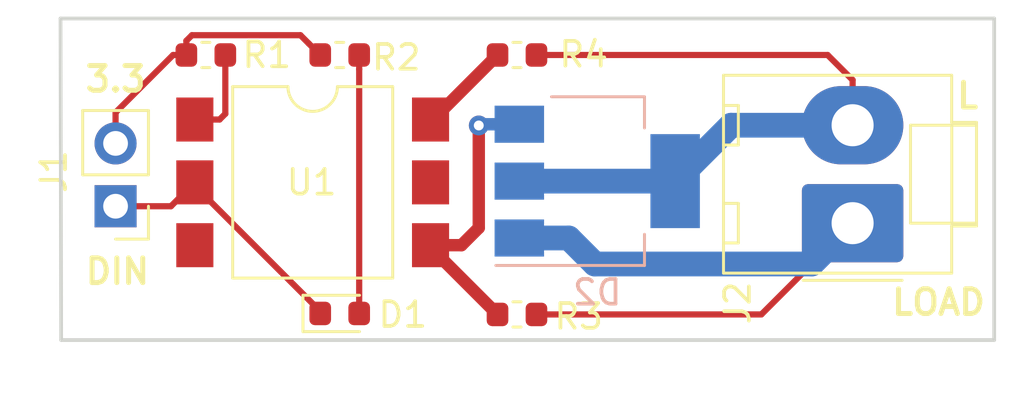
<source format=kicad_pcb>
(kicad_pcb (version 20171130) (host pcbnew 5.0.2-bee76a0~70~ubuntu18.04.1)

  (general
    (thickness 1.6)
    (drawings 8)
    (tracks 41)
    (zones 0)
    (modules 9)
    (nets 9)
  )

  (page A4)
  (layers
    (0 F.Cu signal)
    (31 B.Cu signal)
    (32 B.Adhes user)
    (33 F.Adhes user)
    (34 B.Paste user)
    (35 F.Paste user)
    (36 B.SilkS user)
    (37 F.SilkS user)
    (38 B.Mask user)
    (39 F.Mask user)
    (40 Dwgs.User user)
    (41 Cmts.User user)
    (42 Eco1.User user)
    (43 Eco2.User user)
    (44 Edge.Cuts user)
    (45 Margin user)
    (46 B.CrtYd user)
    (47 F.CrtYd user)
    (48 B.Fab user hide)
    (49 F.Fab user)
  )

  (setup
    (last_trace_width 0.25)
    (trace_clearance 0.2)
    (zone_clearance 0.508)
    (zone_45_only no)
    (trace_min 0.2)
    (segment_width 0.2)
    (edge_width 0.15)
    (via_size 0.8)
    (via_drill 0.4)
    (via_min_size 0.4)
    (via_min_drill 0.3)
    (uvia_size 0.3)
    (uvia_drill 0.1)
    (uvias_allowed no)
    (uvia_min_size 0.2)
    (uvia_min_drill 0.1)
    (pcb_text_width 0.3)
    (pcb_text_size 1.5 1.5)
    (mod_edge_width 0.15)
    (mod_text_size 1 1)
    (mod_text_width 0.15)
    (pad_size 1.524 1.524)
    (pad_drill 0.762)
    (pad_to_mask_clearance 0.051)
    (solder_mask_min_width 0.25)
    (aux_axis_origin 0 0)
    (visible_elements FFFDFF7F)
    (pcbplotparams
      (layerselection 0x010fc_ffffffff)
      (usegerberextensions true)
      (usegerberattributes false)
      (usegerberadvancedattributes false)
      (creategerberjobfile false)
      (excludeedgelayer true)
      (linewidth 0.100000)
      (plotframeref false)
      (viasonmask false)
      (mode 1)
      (useauxorigin false)
      (hpglpennumber 1)
      (hpglpenspeed 20)
      (hpglpendiameter 15.000000)
      (psnegative false)
      (psa4output false)
      (plotreference false)
      (plotvalue true)
      (plotinvisibletext false)
      (padsonsilk false)
      (subtractmaskfromsilk false)
      (outputformat 1)
      (mirror false)
      (drillshape 0)
      (scaleselection 1)
      (outputdirectory "Gerber_v1.0/"))
  )

  (net 0 "")
  (net 1 "Net-(J1-Pad2)")
  (net 2 "Net-(R1-Pad1)")
  (net 3 /ACHC1)
  (net 4 /ACHC2)
  (net 5 "Net-(D1-Pad1)")
  (net 6 "Net-(D1-Pad2)")
  (net 7 "Net-(D2-Pad3)")
  (net 8 "Net-(R4-Pad2)")

  (net_class Default "This is the default net class."
    (clearance 0.2)
    (trace_width 0.25)
    (via_dia 0.8)
    (via_drill 0.4)
    (uvia_dia 0.3)
    (uvia_drill 0.1)
    (add_net /ACHC1)
    (add_net /ACHC2)
    (add_net "Net-(D1-Pad1)")
    (add_net "Net-(D1-Pad2)")
    (add_net "Net-(J1-Pad2)")
    (add_net "Net-(R1-Pad1)")
  )

  (net_class ACHC ""
    (clearance 0.8)
    (trace_width 1)
    (via_dia 0.8)
    (via_drill 0.4)
    (uvia_dia 0.3)
    (uvia_drill 0.1)
  )

  (net_class ACLC ""
    (clearance 0.8)
    (trace_width 0.5)
    (via_dia 0.8)
    (via_drill 0.4)
    (uvia_dia 0.3)
    (uvia_drill 0.1)
    (add_net "Net-(D2-Pad3)")
    (add_net "Net-(R4-Pad2)")
  )

  (module Resistor_SMD:R_0603_1608Metric (layer F.Cu) (tedit 5B301BBD) (tstamp 5F1BEE57)
    (at 98.125 71.975 180)
    (descr "Resistor SMD 0603 (1608 Metric), square (rectangular) end terminal, IPC_7351 nominal, (Body size source: http://www.tortai-tech.com/upload/download/2011102023233369053.pdf), generated with kicad-footprint-generator")
    (tags resistor)
    (path /5F06E6AE)
    (attr smd)
    (fp_text reference R1 (at -2.4625 0 180) (layer F.SilkS)
      (effects (font (size 1 1) (thickness 0.15)))
    )
    (fp_text value 220 (at 3.1375 0.05 180) (layer F.Fab)
      (effects (font (size 1 1) (thickness 0.15)))
    )
    (fp_line (start -0.8 0.4) (end -0.8 -0.4) (layer F.Fab) (width 0.1))
    (fp_line (start -0.8 -0.4) (end 0.8 -0.4) (layer F.Fab) (width 0.1))
    (fp_line (start 0.8 -0.4) (end 0.8 0.4) (layer F.Fab) (width 0.1))
    (fp_line (start 0.8 0.4) (end -0.8 0.4) (layer F.Fab) (width 0.1))
    (fp_line (start -0.162779 -0.51) (end 0.162779 -0.51) (layer F.SilkS) (width 0.12))
    (fp_line (start -0.162779 0.51) (end 0.162779 0.51) (layer F.SilkS) (width 0.12))
    (fp_line (start -1.48 0.73) (end -1.48 -0.73) (layer F.CrtYd) (width 0.05))
    (fp_line (start -1.48 -0.73) (end 1.48 -0.73) (layer F.CrtYd) (width 0.05))
    (fp_line (start 1.48 -0.73) (end 1.48 0.73) (layer F.CrtYd) (width 0.05))
    (fp_line (start 1.48 0.73) (end -1.48 0.73) (layer F.CrtYd) (width 0.05))
    (fp_text user %R (at 0 0 180) (layer F.Fab)
      (effects (font (size 0.4 0.4) (thickness 0.06)))
    )
    (pad 1 smd roundrect (at -0.7875 0 180) (size 0.875 0.95) (layers F.Cu F.Paste F.Mask) (roundrect_rratio 0.25)
      (net 2 "Net-(R1-Pad1)"))
    (pad 2 smd roundrect (at 0.7875 0 180) (size 0.875 0.95) (layers F.Cu F.Paste F.Mask) (roundrect_rratio 0.25)
      (net 1 "Net-(J1-Pad2)"))
    (model ${KISYS3DMOD}/Resistor_SMD.3dshapes/R_0603_1608Metric.wrl
      (at (xyz 0 0 0))
      (scale (xyz 1 1 1))
      (rotate (xyz 0 0 0))
    )
  )

  (module Resistor_SMD:R_0603_1608Metric (layer F.Cu) (tedit 5B301BBD) (tstamp 5F1BEE68)
    (at 110.705 82.465 180)
    (descr "Resistor SMD 0603 (1608 Metric), square (rectangular) end terminal, IPC_7351 nominal, (Body size source: http://www.tortai-tech.com/upload/download/2011102023233369053.pdf), generated with kicad-footprint-generator")
    (tags resistor)
    (path /5F06E8F2)
    (attr smd)
    (fp_text reference R3 (at -2.495 -0.085 180) (layer F.SilkS)
      (effects (font (size 1 1) (thickness 0.15)))
    )
    (fp_text value 330 (at -0.175 -3.025 180) (layer F.Fab)
      (effects (font (size 1 1) (thickness 0.15)))
    )
    (fp_line (start -0.8 0.4) (end -0.8 -0.4) (layer F.Fab) (width 0.1))
    (fp_line (start -0.8 -0.4) (end 0.8 -0.4) (layer F.Fab) (width 0.1))
    (fp_line (start 0.8 -0.4) (end 0.8 0.4) (layer F.Fab) (width 0.1))
    (fp_line (start 0.8 0.4) (end -0.8 0.4) (layer F.Fab) (width 0.1))
    (fp_line (start -0.162779 -0.51) (end 0.162779 -0.51) (layer F.SilkS) (width 0.12))
    (fp_line (start -0.162779 0.51) (end 0.162779 0.51) (layer F.SilkS) (width 0.12))
    (fp_line (start -1.48 0.73) (end -1.48 -0.73) (layer F.CrtYd) (width 0.05))
    (fp_line (start -1.48 -0.73) (end 1.48 -0.73) (layer F.CrtYd) (width 0.05))
    (fp_line (start 1.48 -0.73) (end 1.48 0.73) (layer F.CrtYd) (width 0.05))
    (fp_line (start 1.48 0.73) (end -1.48 0.73) (layer F.CrtYd) (width 0.05))
    (fp_text user %R (at -1.629525 0 180) (layer F.Fab)
      (effects (font (size 0.4 0.4) (thickness 0.06)))
    )
    (pad 1 smd roundrect (at -0.7875 0 180) (size 0.875 0.95) (layers F.Cu F.Paste F.Mask) (roundrect_rratio 0.25)
      (net 3 /ACHC1))
    (pad 2 smd roundrect (at 0.7875 0 180) (size 0.875 0.95) (layers F.Cu F.Paste F.Mask) (roundrect_rratio 0.25)
      (net 7 "Net-(D2-Pad3)"))
    (model ${KISYS3DMOD}/Resistor_SMD.3dshapes/R_0603_1608Metric.wrl
      (at (xyz 0 0 0))
      (scale (xyz 1 1 1))
      (rotate (xyz 0 0 0))
    )
  )

  (module Resistor_SMD:R_0603_1608Metric (layer F.Cu) (tedit 5B301BBD) (tstamp 5F1BEE79)
    (at 110.705 71.975 180)
    (descr "Resistor SMD 0603 (1608 Metric), square (rectangular) end terminal, IPC_7351 nominal, (Body size source: http://www.tortai-tech.com/upload/download/2011102023233369053.pdf), generated with kicad-footprint-generator")
    (tags resistor)
    (path /5F06E8C3)
    (attr smd)
    (fp_text reference R4 (at -2.695 0.025 180) (layer F.SilkS)
      (effects (font (size 1 1) (thickness 0.15)))
    )
    (fp_text value 360 (at -0.0625 1.375 180) (layer F.Fab)
      (effects (font (size 1 1) (thickness 0.15)))
    )
    (fp_text user %R (at 0 0 180) (layer F.Fab)
      (effects (font (size 0.4 0.4) (thickness 0.06)))
    )
    (fp_line (start 1.48 0.73) (end -1.48 0.73) (layer F.CrtYd) (width 0.05))
    (fp_line (start 1.48 -0.73) (end 1.48 0.73) (layer F.CrtYd) (width 0.05))
    (fp_line (start -1.48 -0.73) (end 1.48 -0.73) (layer F.CrtYd) (width 0.05))
    (fp_line (start -1.48 0.73) (end -1.48 -0.73) (layer F.CrtYd) (width 0.05))
    (fp_line (start -0.162779 0.51) (end 0.162779 0.51) (layer F.SilkS) (width 0.12))
    (fp_line (start -0.162779 -0.51) (end 0.162779 -0.51) (layer F.SilkS) (width 0.12))
    (fp_line (start 0.8 0.4) (end -0.8 0.4) (layer F.Fab) (width 0.1))
    (fp_line (start 0.8 -0.4) (end 0.8 0.4) (layer F.Fab) (width 0.1))
    (fp_line (start -0.8 -0.4) (end 0.8 -0.4) (layer F.Fab) (width 0.1))
    (fp_line (start -0.8 0.4) (end -0.8 -0.4) (layer F.Fab) (width 0.1))
    (pad 2 smd roundrect (at 0.7875 0 180) (size 0.875 0.95) (layers F.Cu F.Paste F.Mask) (roundrect_rratio 0.25)
      (net 8 "Net-(R4-Pad2)"))
    (pad 1 smd roundrect (at -0.7875 0 180) (size 0.875 0.95) (layers F.Cu F.Paste F.Mask) (roundrect_rratio 0.25)
      (net 4 /ACHC2))
    (model ${KISYS3DMOD}/Resistor_SMD.3dshapes/R_0603_1608Metric.wrl
      (at (xyz 0 0 0))
      (scale (xyz 1 1 1))
      (rotate (xyz 0 0 0))
    )
  )

  (module Package_DIP:SMDIP-6_W9.53mm_Clearance8mm locked (layer F.Cu) (tedit 5A02E8C5) (tstamp 5F1BEE93)
    (at 102.445 77.125)
    (descr "6-lead surface-mounted (SMD) DIP package, row spacing 9.53 mm (375 mils), Clearance8mm")
    (tags "SMD DIP DIL PDIP SMDIP 2.54mm 9.53mm 375mil Clearance8mm")
    (path /5F06E61D)
    (attr smd)
    (fp_text reference U1 (at -0.045 0) (layer F.SilkS)
      (effects (font (size 1 1) (thickness 0.15)))
    )
    (fp_text value MOC3083S (at 0 4.87) (layer F.Fab)
      (effects (font (size 1 1) (thickness 0.15)))
    )
    (fp_arc (start 0 -3.87) (end -1 -3.87) (angle -180) (layer F.SilkS) (width 0.12))
    (fp_line (start -2.175 -3.81) (end 3.175 -3.81) (layer F.Fab) (width 0.1))
    (fp_line (start 3.175 -3.81) (end 3.175 3.81) (layer F.Fab) (width 0.1))
    (fp_line (start 3.175 3.81) (end -3.175 3.81) (layer F.Fab) (width 0.1))
    (fp_line (start -3.175 3.81) (end -3.175 -2.81) (layer F.Fab) (width 0.1))
    (fp_line (start -3.175 -2.81) (end -2.175 -3.81) (layer F.Fab) (width 0.1))
    (fp_line (start -1 -3.87) (end -3.235 -3.87) (layer F.SilkS) (width 0.12))
    (fp_line (start -3.235 -3.87) (end -3.235 3.87) (layer F.SilkS) (width 0.12))
    (fp_line (start -3.235 3.87) (end 3.235 3.87) (layer F.SilkS) (width 0.12))
    (fp_line (start 3.235 3.87) (end 3.235 -3.87) (layer F.SilkS) (width 0.12))
    (fp_line (start 3.235 -3.87) (end 1 -3.87) (layer F.SilkS) (width 0.12))
    (fp_line (start -5.8 -4.1) (end -5.8 4.1) (layer F.CrtYd) (width 0.05))
    (fp_line (start -5.8 4.1) (end 5.8 4.1) (layer F.CrtYd) (width 0.05))
    (fp_line (start 5.8 4.1) (end 5.8 -4.1) (layer F.CrtYd) (width 0.05))
    (fp_line (start 5.8 -4.1) (end -5.8 -4.1) (layer F.CrtYd) (width 0.05))
    (fp_text user %R (at 0 0) (layer F.Fab)
      (effects (font (size 1 1) (thickness 0.15)))
    )
    (pad 1 smd rect (at -4.765 -2.54) (size 1.5 1.78) (layers F.Cu F.Paste F.Mask)
      (net 2 "Net-(R1-Pad1)"))
    (pad 4 smd rect (at 4.765 2.54) (size 1.5 1.78) (layers F.Cu F.Paste F.Mask)
      (net 7 "Net-(D2-Pad3)"))
    (pad 2 smd rect (at -4.765 0) (size 1.5 1.78) (layers F.Cu F.Paste F.Mask)
      (net 5 "Net-(D1-Pad1)"))
    (pad 5 smd rect (at 4.765 0) (size 1.5 1.78) (layers F.Cu F.Paste F.Mask))
    (pad 3 smd rect (at -4.765 2.54) (size 1.5 1.78) (layers F.Cu F.Paste F.Mask))
    (pad 6 smd rect (at 4.765 -2.54) (size 1.5 1.78) (layers F.Cu F.Paste F.Mask)
      (net 8 "Net-(R4-Pad2)"))
    (model ${KISYS3DMOD}/Package_DIP.3dshapes/SMDIP-6_W9.53mm.wrl
      (at (xyz 0 0 0))
      (scale (xyz 1 1 1))
      (rotate (xyz 0 0 0))
    )
  )

  (module LED_SMD:LED_0603_1608Metric (layer F.Cu) (tedit 5B301BBE) (tstamp 5F1C24B0)
    (at 103.5375 82.425)
    (descr "LED SMD 0603 (1608 Metric), square (rectangular) end terminal, IPC_7351 nominal, (Body size source: http://www.tortai-tech.com/upload/download/2011102023233369053.pdf), generated with kicad-footprint-generator")
    (tags diode)
    (path /5F0D6F64)
    (attr smd)
    (fp_text reference D1 (at 2.55 0.05) (layer F.SilkS)
      (effects (font (size 1 1) (thickness 0.15)))
    )
    (fp_text value YELLOW (at 0 1.43) (layer F.Fab)
      (effects (font (size 1 1) (thickness 0.15)))
    )
    (fp_line (start 0.8 -0.4) (end -0.5 -0.4) (layer F.Fab) (width 0.1))
    (fp_line (start -0.5 -0.4) (end -0.8 -0.1) (layer F.Fab) (width 0.1))
    (fp_line (start -0.8 -0.1) (end -0.8 0.4) (layer F.Fab) (width 0.1))
    (fp_line (start -0.8 0.4) (end 0.8 0.4) (layer F.Fab) (width 0.1))
    (fp_line (start 0.8 0.4) (end 0.8 -0.4) (layer F.Fab) (width 0.1))
    (fp_line (start 0.8 -0.735) (end -1.485 -0.735) (layer F.SilkS) (width 0.12))
    (fp_line (start -1.485 -0.735) (end -1.485 0.735) (layer F.SilkS) (width 0.12))
    (fp_line (start -1.485 0.735) (end 0.8 0.735) (layer F.SilkS) (width 0.12))
    (fp_line (start -1.48 0.73) (end -1.48 -0.73) (layer F.CrtYd) (width 0.05))
    (fp_line (start -1.48 -0.73) (end 1.48 -0.73) (layer F.CrtYd) (width 0.05))
    (fp_line (start 1.48 -0.73) (end 1.48 0.73) (layer F.CrtYd) (width 0.05))
    (fp_line (start 1.48 0.73) (end -1.48 0.73) (layer F.CrtYd) (width 0.05))
    (fp_text user %R (at 0 0) (layer F.Fab)
      (effects (font (size 0.4 0.4) (thickness 0.06)))
    )
    (pad 1 smd roundrect (at -0.7875 0) (size 0.875 0.95) (layers F.Cu F.Paste F.Mask) (roundrect_rratio 0.25)
      (net 5 "Net-(D1-Pad1)"))
    (pad 2 smd roundrect (at 0.7875 0) (size 0.875 0.95) (layers F.Cu F.Paste F.Mask) (roundrect_rratio 0.25)
      (net 6 "Net-(D1-Pad2)"))
    (model ${KISYS3DMOD}/LED_SMD.3dshapes/LED_0603_1608Metric.wrl
      (at (xyz 0 0 0))
      (scale (xyz 1 1 1))
      (rotate (xyz 0 0 0))
    )
  )

  (module Resistor_SMD:R_0603_1608Metric (layer F.Cu) (tedit 5B301BBD) (tstamp 5F1C2843)
    (at 103.5375 71.975)
    (descr "Resistor SMD 0603 (1608 Metric), square (rectangular) end terminal, IPC_7351 nominal, (Body size source: http://www.tortai-tech.com/upload/download/2011102023233369053.pdf), generated with kicad-footprint-generator")
    (tags resistor)
    (path /5F0D7722)
    (attr smd)
    (fp_text reference R2 (at 2.2875 0.1) (layer F.SilkS)
      (effects (font (size 1 1) (thickness 0.15)))
    )
    (fp_text value 220 (at 0 1.43) (layer F.Fab)
      (effects (font (size 1 1) (thickness 0.15)))
    )
    (fp_line (start -0.8 0.4) (end -0.8 -0.4) (layer F.Fab) (width 0.1))
    (fp_line (start -0.8 -0.4) (end 0.8 -0.4) (layer F.Fab) (width 0.1))
    (fp_line (start 0.8 -0.4) (end 0.8 0.4) (layer F.Fab) (width 0.1))
    (fp_line (start 0.8 0.4) (end -0.8 0.4) (layer F.Fab) (width 0.1))
    (fp_line (start -0.162779 -0.51) (end 0.162779 -0.51) (layer F.SilkS) (width 0.12))
    (fp_line (start -0.162779 0.51) (end 0.162779 0.51) (layer F.SilkS) (width 0.12))
    (fp_line (start -1.48 0.73) (end -1.48 -0.73) (layer F.CrtYd) (width 0.05))
    (fp_line (start -1.48 -0.73) (end 1.48 -0.73) (layer F.CrtYd) (width 0.05))
    (fp_line (start 1.48 -0.73) (end 1.48 0.73) (layer F.CrtYd) (width 0.05))
    (fp_line (start 1.48 0.73) (end -1.48 0.73) (layer F.CrtYd) (width 0.05))
    (fp_text user %R (at 0 0) (layer F.Fab)
      (effects (font (size 0.4 0.4) (thickness 0.06)))
    )
    (pad 1 smd roundrect (at -0.7875 0) (size 0.875 0.95) (layers F.Cu F.Paste F.Mask) (roundrect_rratio 0.25)
      (net 1 "Net-(J1-Pad2)"))
    (pad 2 smd roundrect (at 0.7875 0) (size 0.875 0.95) (layers F.Cu F.Paste F.Mask) (roundrect_rratio 0.25)
      (net 6 "Net-(D1-Pad2)"))
    (model ${KISYS3DMOD}/Resistor_SMD.3dshapes/R_0603_1608Metric.wrl
      (at (xyz 0 0 0))
      (scale (xyz 1 1 1))
      (rotate (xyz 0 0 0))
    )
  )

  (module Package_TO_SOT_SMD:SOT-223 (layer B.Cu) (tedit 5A02FF57) (tstamp 5F102E6A)
    (at 113.95 77.075)
    (descr "module CMS SOT223 4 pins")
    (tags "CMS SOT")
    (path /5F0FDC14)
    (attr smd)
    (fp_text reference D2 (at 0 4.5) (layer B.SilkS)
      (effects (font (size 1 1) (thickness 0.15)) (justify mirror))
    )
    (fp_text value Z0103MN (at 0 -4.5) (layer B.Fab)
      (effects (font (size 1 1) (thickness 0.15)) (justify mirror))
    )
    (fp_line (start 1.85 3.35) (end 1.85 -3.35) (layer B.Fab) (width 0.1))
    (fp_line (start -1.85 -3.35) (end 1.85 -3.35) (layer B.Fab) (width 0.1))
    (fp_line (start -4.1 3.41) (end 1.91 3.41) (layer B.SilkS) (width 0.12))
    (fp_line (start -0.8 3.35) (end 1.85 3.35) (layer B.Fab) (width 0.1))
    (fp_line (start -1.85 -3.41) (end 1.91 -3.41) (layer B.SilkS) (width 0.12))
    (fp_line (start -1.85 2.3) (end -1.85 -3.35) (layer B.Fab) (width 0.1))
    (fp_line (start -4.4 3.6) (end -4.4 -3.6) (layer B.CrtYd) (width 0.05))
    (fp_line (start -4.4 -3.6) (end 4.4 -3.6) (layer B.CrtYd) (width 0.05))
    (fp_line (start 4.4 -3.6) (end 4.4 3.6) (layer B.CrtYd) (width 0.05))
    (fp_line (start 4.4 3.6) (end -4.4 3.6) (layer B.CrtYd) (width 0.05))
    (fp_line (start 1.91 3.41) (end 1.91 2.15) (layer B.SilkS) (width 0.12))
    (fp_line (start 1.91 -3.41) (end 1.91 -2.15) (layer B.SilkS) (width 0.12))
    (fp_line (start -1.85 2.3) (end -0.8 3.35) (layer B.Fab) (width 0.1))
    (fp_text user %R (at 0 0 -90) (layer B.Fab)
      (effects (font (size 0.8 0.8) (thickness 0.12)) (justify mirror))
    )
    (pad 1 smd rect (at -3.15 2.3) (size 2 1.5) (layers B.Cu B.Paste B.Mask)
      (net 3 /ACHC1))
    (pad 3 smd rect (at -3.15 -2.3) (size 2 1.5) (layers B.Cu B.Paste B.Mask)
      (net 7 "Net-(D2-Pad3)"))
    (pad 2 smd rect (at -3.15 0) (size 2 1.5) (layers B.Cu B.Paste B.Mask)
      (net 4 /ACHC2))
    (pad 4 smd rect (at 3.15 0) (size 2 3.8) (layers B.Cu B.Paste B.Mask)
      (net 4 /ACHC2))
    (model ${KISYS3DMOD}/Package_TO_SOT_SMD.3dshapes/SOT-223.wrl
      (at (xyz 0 0 0))
      (scale (xyz 1 1 1))
      (rotate (xyz 0 0 0))
    )
  )

  (module Connector_PinHeader_2.54mm:PinHeader_1x02_P2.54mm_Vertical (layer F.Cu) (tedit 59FED5CC) (tstamp 5F102DED)
    (at 94.475 78.09 180)
    (descr "Through hole straight pin header, 1x02, 2.54mm pitch, single row")
    (tags "Through hole pin header THT 1x02 2.54mm single row")
    (path /5F0D8789)
    (fp_text reference J1 (at 2.5 1.4 270) (layer F.SilkS)
      (effects (font (size 1 1) (thickness 0.15)))
    )
    (fp_text value Conn_01x02 (at 0 4.87 180) (layer F.Fab)
      (effects (font (size 1 1) (thickness 0.15)))
    )
    (fp_line (start -0.635 -1.27) (end 1.27 -1.27) (layer F.Fab) (width 0.1))
    (fp_line (start 1.27 -1.27) (end 1.27 3.81) (layer F.Fab) (width 0.1))
    (fp_line (start 1.27 3.81) (end -1.27 3.81) (layer F.Fab) (width 0.1))
    (fp_line (start -1.27 3.81) (end -1.27 -0.635) (layer F.Fab) (width 0.1))
    (fp_line (start -1.27 -0.635) (end -0.635 -1.27) (layer F.Fab) (width 0.1))
    (fp_line (start -1.33 3.87) (end 1.33 3.87) (layer F.SilkS) (width 0.12))
    (fp_line (start -1.33 1.27) (end -1.33 3.87) (layer F.SilkS) (width 0.12))
    (fp_line (start 1.33 1.27) (end 1.33 3.87) (layer F.SilkS) (width 0.12))
    (fp_line (start -1.33 1.27) (end 1.33 1.27) (layer F.SilkS) (width 0.12))
    (fp_line (start -1.33 0) (end -1.33 -1.33) (layer F.SilkS) (width 0.12))
    (fp_line (start -1.33 -1.33) (end 0 -1.33) (layer F.SilkS) (width 0.12))
    (fp_line (start -1.8 -1.8) (end -1.8 4.35) (layer F.CrtYd) (width 0.05))
    (fp_line (start -1.8 4.35) (end 1.8 4.35) (layer F.CrtYd) (width 0.05))
    (fp_line (start 1.8 4.35) (end 1.8 -1.8) (layer F.CrtYd) (width 0.05))
    (fp_line (start 1.8 -1.8) (end -1.8 -1.8) (layer F.CrtYd) (width 0.05))
    (fp_text user %R (at 0 1.27 270) (layer F.Fab)
      (effects (font (size 1 1) (thickness 0.15)))
    )
    (pad 1 thru_hole rect (at 0 0 180) (size 1.7 1.7) (drill 1) (layers *.Cu *.Mask)
      (net 5 "Net-(D1-Pad1)"))
    (pad 2 thru_hole oval (at 0 2.54 180) (size 1.7 1.7) (drill 1) (layers *.Cu *.Mask)
      (net 1 "Net-(J1-Pad2)"))
    (model ${KISYS3DMOD}/Connector_PinHeader_2.54mm.3dshapes/PinHeader_1x02_P2.54mm_Vertical.wrl
      (at (xyz 0 0 0))
      (scale (xyz 1 1 1))
      (rotate (xyz 0 0 0))
    )
  )

  (module Connector_Molex:Molex_KK-396_A-41791-0002_1x02_P3.96mm_Vertical (layer F.Cu) (tedit 5DC431B4) (tstamp 5F102E02)
    (at 124.275 78.775 90)
    (descr "Molex KK 396 Interconnect System, old/engineering part number: A-41791-0002 example for new part number: 26-60-4020, 2 Pins (https://www.molex.com/pdm_docs/sd/026604020_sd.pdf), generated with kicad-footprint-generator")
    (tags "connector Molex KK-396 vertical")
    (path /5F06ECC2)
    (fp_text reference J2 (at -3.225 -4.65 90) (layer F.SilkS)
      (effects (font (size 1 1) (thickness 0.15)))
    )
    (fp_text value Conn_01x02 (at 1.98 6.1 90) (layer F.Fab)
      (effects (font (size 1 1) (thickness 0.15)))
    )
    (fp_line (start -1.91 -5.11) (end 5.87 -5.11) (layer F.Fab) (width 0.1))
    (fp_line (start 5.87 -5.11) (end 5.87 3.895) (layer F.Fab) (width 0.1))
    (fp_line (start 5.87 3.895) (end 3.965 3.895) (layer F.Fab) (width 0.1))
    (fp_line (start 3.965 3.895) (end 3.965 4.9) (layer F.Fab) (width 0.1))
    (fp_line (start 3.965 4.9) (end -0.005 4.9) (layer F.Fab) (width 0.1))
    (fp_line (start -0.005 4.9) (end -0.005 3.895) (layer F.Fab) (width 0.1))
    (fp_line (start -0.005 3.895) (end -1.91 3.895) (layer F.Fab) (width 0.1))
    (fp_line (start -1.91 3.895) (end -1.91 -5.11) (layer F.Fab) (width 0.1))
    (fp_line (start -2.02 -5.22) (end 5.98 -5.22) (layer F.SilkS) (width 0.12))
    (fp_line (start 5.98 -5.22) (end 5.98 4.005) (layer F.SilkS) (width 0.12))
    (fp_line (start 5.98 4.005) (end 4.075 4.005) (layer F.SilkS) (width 0.12))
    (fp_line (start 4.075 4.005) (end 4.075 5.01) (layer F.SilkS) (width 0.12))
    (fp_line (start 4.075 5.01) (end -0.115 5.01) (layer F.SilkS) (width 0.12))
    (fp_line (start -0.115 5.01) (end -0.115 4.005) (layer F.SilkS) (width 0.12))
    (fp_line (start -0.115 4.005) (end -2.02 4.005) (layer F.SilkS) (width 0.12))
    (fp_line (start -2.02 4.005) (end -2.02 -5.22) (layer F.SilkS) (width 0.12))
    (fp_line (start -2.31 -2) (end -2.31 2) (layer F.SilkS) (width 0.12))
    (fp_line (start -1.91 -0.5) (end -1.202893 0) (layer F.Fab) (width 0.1))
    (fp_line (start -1.202893 0) (end -1.91 0.5) (layer F.Fab) (width 0.1))
    (fp_line (start 0 5.01) (end 0 4.01) (layer F.SilkS) (width 0.12))
    (fp_line (start 0 4.01) (end 3.96 4.01) (layer F.SilkS) (width 0.12))
    (fp_line (start 3.96 4.01) (end 3.96 5.01) (layer F.SilkS) (width 0.12))
    (fp_line (start 0 4.01) (end 0 2.34) (layer F.SilkS) (width 0.12))
    (fp_line (start 0 2.34) (end 3.96 2.34) (layer F.SilkS) (width 0.12))
    (fp_line (start 3.96 2.34) (end 3.96 4.01) (layer F.SilkS) (width 0.12))
    (fp_line (start -0.8 -5.22) (end -0.8 -4.62) (layer F.SilkS) (width 0.12))
    (fp_line (start -0.8 -4.62) (end 0.8 -4.62) (layer F.SilkS) (width 0.12))
    (fp_line (start 0.8 -4.62) (end 0.8 -5.22) (layer F.SilkS) (width 0.12))
    (fp_line (start 3.16 -5.22) (end 3.16 -4.62) (layer F.SilkS) (width 0.12))
    (fp_line (start 3.16 -4.62) (end 4.76 -4.62) (layer F.SilkS) (width 0.12))
    (fp_line (start 4.76 -4.62) (end 4.76 -5.22) (layer F.SilkS) (width 0.12))
    (fp_line (start -2.41 -5.61) (end -2.41 5.4) (layer F.CrtYd) (width 0.05))
    (fp_line (start -2.41 5.4) (end 6.37 5.4) (layer F.CrtYd) (width 0.05))
    (fp_line (start 6.37 5.4) (end 6.37 -5.61) (layer F.CrtYd) (width 0.05))
    (fp_line (start 6.37 -5.61) (end -2.41 -5.61) (layer F.CrtYd) (width 0.05))
    (fp_text user %R (at 1.95 -4.025 90) (layer F.Fab)
      (effects (font (size 1 1) (thickness 0.15)))
    )
    (pad 1 thru_hole roundrect (at 0 0 90) (size 3.16 4.1) (drill 1.7) (layers *.Cu *.Mask) (roundrect_rratio 0.079114)
      (net 3 /ACHC1))
    (pad 2 thru_hole oval (at 3.96 0 90) (size 3.16 4.1) (drill 1.7) (layers *.Cu *.Mask)
      (net 4 /ACHC2))
    (model ${KISYS3DMOD}/Connector_Molex.3dshapes/Molex_KK-396_A-41791-0002_1x02_P3.96mm_Vertical.wrl
      (at (xyz 0 0 0))
      (scale (xyz 1 1 1))
      (rotate (xyz 0 0 0))
    )
  )

  (gr_text DIN (at 94.55 80.725) (layer F.SilkS)
    (effects (font (size 1 1) (thickness 0.2)))
  )
  (gr_text 3.3 (at 94.475 72.95) (layer F.SilkS)
    (effects (font (size 1 1) (thickness 0.2)))
  )
  (gr_text L (at 128.925 73.625) (layer F.SilkS)
    (effects (font (size 1 1) (thickness 0.2)))
  )
  (gr_text LOAD (at 127.75 81.975) (layer F.SilkS)
    (effects (font (size 1 1) (thickness 0.2)))
  )
  (gr_line (start 92.25 70.5) (end 130 70.5) (layer Edge.Cuts) (width 0.15))
  (gr_line (start 92.275 83.5) (end 92.25 70.5) (layer Edge.Cuts) (width 0.15))
  (gr_line (start 130 83.5) (end 92.275 83.5) (layer Edge.Cuts) (width 0.15) (tstamp 5F1C220E))
  (gr_line (start 130 70.5) (end 130 83.5) (layer Edge.Cuts) (width 0.15))

  (segment (start 94.475 74.3) (end 94.475 74.347919) (width 0.25) (layer F.Cu) (net 1))
  (segment (start 96.8 71.975) (end 94.475 74.3) (width 0.25) (layer F.Cu) (net 1))
  (segment (start 94.475 74.347919) (end 94.475 75.55) (width 0.25) (layer F.Cu) (net 1))
  (segment (start 97.3375 71.975) (end 96.8 71.975) (width 0.25) (layer F.Cu) (net 1))
  (segment (start 102.288388 71.513388) (end 102.75 71.975) (width 0.25) (layer F.Cu) (net 1))
  (segment (start 101.94999 71.17499) (end 102.288388 71.513388) (width 0.25) (layer F.Cu) (net 1))
  (segment (start 97.56251 71.17499) (end 101.94999 71.17499) (width 0.25) (layer F.Cu) (net 1))
  (segment (start 97.3375 71.4) (end 97.56251 71.17499) (width 0.25) (layer F.Cu) (net 1))
  (segment (start 97.3375 71.975) (end 97.3375 71.4) (width 0.25) (layer F.Cu) (net 1))
  (segment (start 98.9125 74.3525) (end 98.68 74.585) (width 0.25) (layer F.Cu) (net 2))
  (segment (start 98.68 74.585) (end 97.68 74.585) (width 0.25) (layer F.Cu) (net 2))
  (segment (start 98.9125 71.975) (end 98.9125 74.3525) (width 0.25) (layer F.Cu) (net 2))
  (segment (start 122.62429 80.42571) (end 124.275 78.775) (width 1) (layer B.Cu) (net 3))
  (segment (start 110.8 79.375) (end 112.8 79.375) (width 1) (layer B.Cu) (net 3))
  (segment (start 112.8 79.375) (end 113.85071 80.42571) (width 1) (layer B.Cu) (net 3))
  (segment (start 113.85071 80.42571) (end 122.62429 80.42571) (width 1) (layer B.Cu) (net 3))
  (segment (start 120.585 82.465) (end 124.275 78.775) (width 0.25) (layer F.Cu) (net 3))
  (segment (start 111.4925 82.465) (end 120.585 82.465) (width 0.25) (layer F.Cu) (net 3))
  (segment (start 124.275 74.815) (end 119.36 74.815) (width 1) (layer B.Cu) (net 4))
  (segment (start 119.36 74.815) (end 117.1 77.075) (width 1) (layer B.Cu) (net 4))
  (segment (start 110.8 77.075) (end 117.1 77.075) (width 1) (layer B.Cu) (net 4))
  (segment (start 123.265 71.975) (end 124.275 72.985) (width 0.25) (layer F.Cu) (net 4))
  (segment (start 124.275 72.985) (end 124.275 74.815) (width 0.25) (layer F.Cu) (net 4))
  (segment (start 111.4925 71.975) (end 123.265 71.975) (width 0.25) (layer F.Cu) (net 4))
  (segment (start 96.715 78.09) (end 97.68 77.125) (width 0.25) (layer F.Cu) (net 5))
  (segment (start 94.475 78.09) (end 96.715 78.09) (width 0.25) (layer F.Cu) (net 5))
  (segment (start 102.75 82.335) (end 102.75 82.425) (width 0.25) (layer F.Cu) (net 5))
  (segment (start 97.68 77.265) (end 102.75 82.335) (width 0.25) (layer F.Cu) (net 5))
  (segment (start 97.68 77.125) (end 97.68 77.265) (width 0.25) (layer F.Cu) (net 5))
  (segment (start 104.325 72.55) (end 104.325 82.425) (width 0.25) (layer F.Cu) (net 6))
  (segment (start 104.325 71.975) (end 104.325 72.55) (width 0.25) (layer F.Cu) (net 6))
  (via (at 109.160002 74.825) (size 0.8) (drill 0.4) (layers F.Cu B.Cu) (net 7))
  (segment (start 110.8 74.775) (end 109.210002 74.775) (width 0.5) (layer B.Cu) (net 7))
  (segment (start 109.210002 74.775) (end 109.160002 74.825) (width 0.5) (layer B.Cu) (net 7))
  (segment (start 109.160002 78.964998) (end 108.46 79.665) (width 0.5) (layer F.Cu) (net 7))
  (segment (start 108.46 79.665) (end 107.21 79.665) (width 0.5) (layer F.Cu) (net 7))
  (segment (start 109.160002 74.825) (end 109.160002 78.964998) (width 0.5) (layer F.Cu) (net 7))
  (segment (start 107.21 79.7575) (end 109.9175 82.465) (width 0.5) (layer F.Cu) (net 7))
  (segment (start 107.21 79.665) (end 107.21 79.7575) (width 0.5) (layer F.Cu) (net 7))
  (segment (start 107.3075 74.585) (end 109.9175 71.975) (width 0.5) (layer F.Cu) (net 8))
  (segment (start 107.21 74.585) (end 107.3075 74.585) (width 0.5) (layer F.Cu) (net 8))

)

</source>
